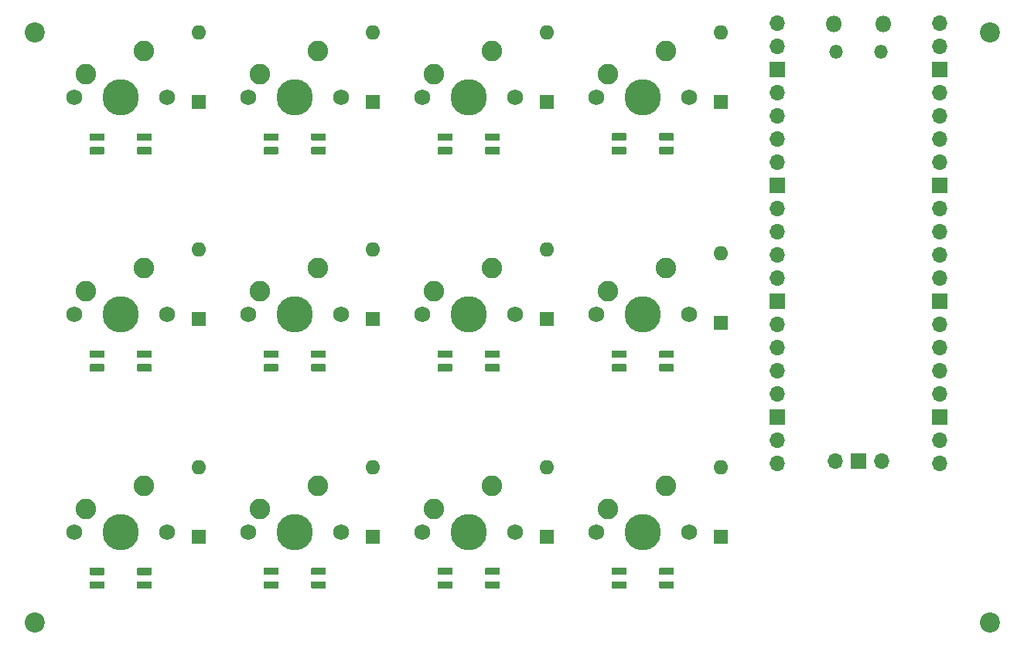
<source format=gbs>
G04 #@! TF.GenerationSoftware,KiCad,Pcbnew,(5.1.9)-1*
G04 #@! TF.CreationDate,2021-06-06T12:20:10+01:00*
G04 #@! TF.ProjectId,EnvMCRO,456e764d-4352-44f2-9e6b-696361645f70,rev?*
G04 #@! TF.SameCoordinates,Original*
G04 #@! TF.FileFunction,Soldermask,Bot*
G04 #@! TF.FilePolarity,Negative*
%FSLAX46Y46*%
G04 Gerber Fmt 4.6, Leading zero omitted, Abs format (unit mm)*
G04 Created by KiCad (PCBNEW (5.1.9)-1) date 2021-06-06 12:20:10*
%MOMM*%
%LPD*%
G01*
G04 APERTURE LIST*
%ADD10C,2.250000*%
%ADD11C,3.987800*%
%ADD12C,1.750000*%
%ADD13O,1.700000X1.700000*%
%ADD14R,1.700000X1.700000*%
%ADD15O,1.500000X1.500000*%
%ADD16O,1.800000X1.800000*%
%ADD17C,2.200000*%
%ADD18O,1.600000X1.600000*%
%ADD19R,1.600000X1.600000*%
G04 APERTURE END LIST*
G36*
G01*
X97718000Y-102290000D02*
X96282000Y-102290000D01*
G75*
G02*
X96200000Y-102208000I0J82000D01*
G01*
X96200000Y-101552000D01*
G75*
G02*
X96282000Y-101470000I82000J0D01*
G01*
X97718000Y-101470000D01*
G75*
G02*
X97800000Y-101552000I0J-82000D01*
G01*
X97800000Y-102208000D01*
G75*
G02*
X97718000Y-102290000I-82000J0D01*
G01*
G37*
G36*
G01*
X97718000Y-100790000D02*
X96282000Y-100790000D01*
G75*
G02*
X96200000Y-100708000I0J82000D01*
G01*
X96200000Y-100052000D01*
G75*
G02*
X96282000Y-99970000I82000J0D01*
G01*
X97718000Y-99970000D01*
G75*
G02*
X97800000Y-100052000I0J-82000D01*
G01*
X97800000Y-100708000D01*
G75*
G02*
X97718000Y-100790000I-82000J0D01*
G01*
G37*
G36*
G01*
X92518000Y-102290000D02*
X91082000Y-102290000D01*
G75*
G02*
X91000000Y-102208000I0J82000D01*
G01*
X91000000Y-101552000D01*
G75*
G02*
X91082000Y-101470000I82000J0D01*
G01*
X92518000Y-101470000D01*
G75*
G02*
X92600000Y-101552000I0J-82000D01*
G01*
X92600000Y-102208000D01*
G75*
G02*
X92518000Y-102290000I-82000J0D01*
G01*
G37*
G36*
G01*
X92518000Y-100790000D02*
X91082000Y-100790000D01*
G75*
G02*
X91000000Y-100708000I0J82000D01*
G01*
X91000000Y-100052000D01*
G75*
G02*
X91082000Y-99970000I82000J0D01*
G01*
X92518000Y-99970000D01*
G75*
G02*
X92600000Y-100052000I0J-82000D01*
G01*
X92600000Y-100708000D01*
G75*
G02*
X92518000Y-100790000I-82000J0D01*
G01*
G37*
D10*
X135025000Y-90980000D03*
D11*
X132485000Y-96060000D03*
D10*
X128675000Y-93520000D03*
D12*
X127405000Y-96060000D03*
X137565000Y-96060000D03*
G36*
G01*
X130618000Y-100790000D02*
X129182000Y-100790000D01*
G75*
G02*
X129100000Y-100708000I0J82000D01*
G01*
X129100000Y-100052000D01*
G75*
G02*
X129182000Y-99970000I82000J0D01*
G01*
X130618000Y-99970000D01*
G75*
G02*
X130700000Y-100052000I0J-82000D01*
G01*
X130700000Y-100708000D01*
G75*
G02*
X130618000Y-100790000I-82000J0D01*
G01*
G37*
G36*
G01*
X130618000Y-102290000D02*
X129182000Y-102290000D01*
G75*
G02*
X129100000Y-102208000I0J82000D01*
G01*
X129100000Y-101552000D01*
G75*
G02*
X129182000Y-101470000I82000J0D01*
G01*
X130618000Y-101470000D01*
G75*
G02*
X130700000Y-101552000I0J-82000D01*
G01*
X130700000Y-102208000D01*
G75*
G02*
X130618000Y-102290000I-82000J0D01*
G01*
G37*
G36*
G01*
X135818000Y-100790000D02*
X134382000Y-100790000D01*
G75*
G02*
X134300000Y-100708000I0J82000D01*
G01*
X134300000Y-100052000D01*
G75*
G02*
X134382000Y-99970000I82000J0D01*
G01*
X135818000Y-99970000D01*
G75*
G02*
X135900000Y-100052000I0J-82000D01*
G01*
X135900000Y-100708000D01*
G75*
G02*
X135818000Y-100790000I-82000J0D01*
G01*
G37*
G36*
G01*
X135818000Y-102290000D02*
X134382000Y-102290000D01*
G75*
G02*
X134300000Y-102208000I0J82000D01*
G01*
X134300000Y-101552000D01*
G75*
G02*
X134382000Y-101470000I82000J0D01*
G01*
X135818000Y-101470000D01*
G75*
G02*
X135900000Y-101552000I0J-82000D01*
G01*
X135900000Y-102208000D01*
G75*
G02*
X135818000Y-102290000I-82000J0D01*
G01*
G37*
G36*
G01*
X111568000Y-100790000D02*
X110132000Y-100790000D01*
G75*
G02*
X110050000Y-100708000I0J82000D01*
G01*
X110050000Y-100052000D01*
G75*
G02*
X110132000Y-99970000I82000J0D01*
G01*
X111568000Y-99970000D01*
G75*
G02*
X111650000Y-100052000I0J-82000D01*
G01*
X111650000Y-100708000D01*
G75*
G02*
X111568000Y-100790000I-82000J0D01*
G01*
G37*
G36*
G01*
X111568000Y-102290000D02*
X110132000Y-102290000D01*
G75*
G02*
X110050000Y-102208000I0J82000D01*
G01*
X110050000Y-101552000D01*
G75*
G02*
X110132000Y-101470000I82000J0D01*
G01*
X111568000Y-101470000D01*
G75*
G02*
X111650000Y-101552000I0J-82000D01*
G01*
X111650000Y-102208000D01*
G75*
G02*
X111568000Y-102290000I-82000J0D01*
G01*
G37*
G36*
G01*
X116768000Y-100790000D02*
X115332000Y-100790000D01*
G75*
G02*
X115250000Y-100708000I0J82000D01*
G01*
X115250000Y-100052000D01*
G75*
G02*
X115332000Y-99970000I82000J0D01*
G01*
X116768000Y-99970000D01*
G75*
G02*
X116850000Y-100052000I0J-82000D01*
G01*
X116850000Y-100708000D01*
G75*
G02*
X116768000Y-100790000I-82000J0D01*
G01*
G37*
G36*
G01*
X116768000Y-102290000D02*
X115332000Y-102290000D01*
G75*
G02*
X115250000Y-102208000I0J82000D01*
G01*
X115250000Y-101552000D01*
G75*
G02*
X115332000Y-101470000I82000J0D01*
G01*
X116768000Y-101470000D01*
G75*
G02*
X116850000Y-101552000I0J-82000D01*
G01*
X116850000Y-102208000D01*
G75*
G02*
X116768000Y-102290000I-82000J0D01*
G01*
G37*
G36*
G01*
X73453000Y-100800000D02*
X72017000Y-100800000D01*
G75*
G02*
X71935000Y-100718000I0J82000D01*
G01*
X71935000Y-100062000D01*
G75*
G02*
X72017000Y-99980000I82000J0D01*
G01*
X73453000Y-99980000D01*
G75*
G02*
X73535000Y-100062000I0J-82000D01*
G01*
X73535000Y-100718000D01*
G75*
G02*
X73453000Y-100800000I-82000J0D01*
G01*
G37*
G36*
G01*
X73453000Y-102300000D02*
X72017000Y-102300000D01*
G75*
G02*
X71935000Y-102218000I0J82000D01*
G01*
X71935000Y-101562000D01*
G75*
G02*
X72017000Y-101480000I82000J0D01*
G01*
X73453000Y-101480000D01*
G75*
G02*
X73535000Y-101562000I0J-82000D01*
G01*
X73535000Y-102218000D01*
G75*
G02*
X73453000Y-102300000I-82000J0D01*
G01*
G37*
G36*
G01*
X78653000Y-100800000D02*
X77217000Y-100800000D01*
G75*
G02*
X77135000Y-100718000I0J82000D01*
G01*
X77135000Y-100062000D01*
G75*
G02*
X77217000Y-99980000I82000J0D01*
G01*
X78653000Y-99980000D01*
G75*
G02*
X78735000Y-100062000I0J-82000D01*
G01*
X78735000Y-100718000D01*
G75*
G02*
X78653000Y-100800000I-82000J0D01*
G01*
G37*
G36*
G01*
X78653000Y-102300000D02*
X77217000Y-102300000D01*
G75*
G02*
X77135000Y-102218000I0J82000D01*
G01*
X77135000Y-101562000D01*
G75*
G02*
X77217000Y-101480000I82000J0D01*
G01*
X78653000Y-101480000D01*
G75*
G02*
X78735000Y-101562000I0J-82000D01*
G01*
X78735000Y-102218000D01*
G75*
G02*
X78653000Y-102300000I-82000J0D01*
G01*
G37*
G36*
G01*
X130618000Y-76990000D02*
X129182000Y-76990000D01*
G75*
G02*
X129100000Y-76908000I0J82000D01*
G01*
X129100000Y-76252000D01*
G75*
G02*
X129182000Y-76170000I82000J0D01*
G01*
X130618000Y-76170000D01*
G75*
G02*
X130700000Y-76252000I0J-82000D01*
G01*
X130700000Y-76908000D01*
G75*
G02*
X130618000Y-76990000I-82000J0D01*
G01*
G37*
G36*
G01*
X130618000Y-78490000D02*
X129182000Y-78490000D01*
G75*
G02*
X129100000Y-78408000I0J82000D01*
G01*
X129100000Y-77752000D01*
G75*
G02*
X129182000Y-77670000I82000J0D01*
G01*
X130618000Y-77670000D01*
G75*
G02*
X130700000Y-77752000I0J-82000D01*
G01*
X130700000Y-78408000D01*
G75*
G02*
X130618000Y-78490000I-82000J0D01*
G01*
G37*
G36*
G01*
X135818000Y-76990000D02*
X134382000Y-76990000D01*
G75*
G02*
X134300000Y-76908000I0J82000D01*
G01*
X134300000Y-76252000D01*
G75*
G02*
X134382000Y-76170000I82000J0D01*
G01*
X135818000Y-76170000D01*
G75*
G02*
X135900000Y-76252000I0J-82000D01*
G01*
X135900000Y-76908000D01*
G75*
G02*
X135818000Y-76990000I-82000J0D01*
G01*
G37*
G36*
G01*
X135818000Y-78490000D02*
X134382000Y-78490000D01*
G75*
G02*
X134300000Y-78408000I0J82000D01*
G01*
X134300000Y-77752000D01*
G75*
G02*
X134382000Y-77670000I82000J0D01*
G01*
X135818000Y-77670000D01*
G75*
G02*
X135900000Y-77752000I0J-82000D01*
G01*
X135900000Y-78408000D01*
G75*
G02*
X135818000Y-78490000I-82000J0D01*
G01*
G37*
G36*
G01*
X111553000Y-76987500D02*
X110117000Y-76987500D01*
G75*
G02*
X110035000Y-76905500I0J82000D01*
G01*
X110035000Y-76249500D01*
G75*
G02*
X110117000Y-76167500I82000J0D01*
G01*
X111553000Y-76167500D01*
G75*
G02*
X111635000Y-76249500I0J-82000D01*
G01*
X111635000Y-76905500D01*
G75*
G02*
X111553000Y-76987500I-82000J0D01*
G01*
G37*
G36*
G01*
X111553000Y-78487500D02*
X110117000Y-78487500D01*
G75*
G02*
X110035000Y-78405500I0J82000D01*
G01*
X110035000Y-77749500D01*
G75*
G02*
X110117000Y-77667500I82000J0D01*
G01*
X111553000Y-77667500D01*
G75*
G02*
X111635000Y-77749500I0J-82000D01*
G01*
X111635000Y-78405500D01*
G75*
G02*
X111553000Y-78487500I-82000J0D01*
G01*
G37*
G36*
G01*
X116753000Y-76987500D02*
X115317000Y-76987500D01*
G75*
G02*
X115235000Y-76905500I0J82000D01*
G01*
X115235000Y-76249500D01*
G75*
G02*
X115317000Y-76167500I82000J0D01*
G01*
X116753000Y-76167500D01*
G75*
G02*
X116835000Y-76249500I0J-82000D01*
G01*
X116835000Y-76905500D01*
G75*
G02*
X116753000Y-76987500I-82000J0D01*
G01*
G37*
G36*
G01*
X116753000Y-78487500D02*
X115317000Y-78487500D01*
G75*
G02*
X115235000Y-78405500I0J82000D01*
G01*
X115235000Y-77749500D01*
G75*
G02*
X115317000Y-77667500I82000J0D01*
G01*
X116753000Y-77667500D01*
G75*
G02*
X116835000Y-77749500I0J-82000D01*
G01*
X116835000Y-78405500D01*
G75*
G02*
X116753000Y-78487500I-82000J0D01*
G01*
G37*
G36*
G01*
X92503000Y-76987500D02*
X91067000Y-76987500D01*
G75*
G02*
X90985000Y-76905500I0J82000D01*
G01*
X90985000Y-76249500D01*
G75*
G02*
X91067000Y-76167500I82000J0D01*
G01*
X92503000Y-76167500D01*
G75*
G02*
X92585000Y-76249500I0J-82000D01*
G01*
X92585000Y-76905500D01*
G75*
G02*
X92503000Y-76987500I-82000J0D01*
G01*
G37*
G36*
G01*
X92503000Y-78487500D02*
X91067000Y-78487500D01*
G75*
G02*
X90985000Y-78405500I0J82000D01*
G01*
X90985000Y-77749500D01*
G75*
G02*
X91067000Y-77667500I82000J0D01*
G01*
X92503000Y-77667500D01*
G75*
G02*
X92585000Y-77749500I0J-82000D01*
G01*
X92585000Y-78405500D01*
G75*
G02*
X92503000Y-78487500I-82000J0D01*
G01*
G37*
G36*
G01*
X97703000Y-76987500D02*
X96267000Y-76987500D01*
G75*
G02*
X96185000Y-76905500I0J82000D01*
G01*
X96185000Y-76249500D01*
G75*
G02*
X96267000Y-76167500I82000J0D01*
G01*
X97703000Y-76167500D01*
G75*
G02*
X97785000Y-76249500I0J-82000D01*
G01*
X97785000Y-76905500D01*
G75*
G02*
X97703000Y-76987500I-82000J0D01*
G01*
G37*
G36*
G01*
X97703000Y-78487500D02*
X96267000Y-78487500D01*
G75*
G02*
X96185000Y-78405500I0J82000D01*
G01*
X96185000Y-77749500D01*
G75*
G02*
X96267000Y-77667500I82000J0D01*
G01*
X97703000Y-77667500D01*
G75*
G02*
X97785000Y-77749500I0J-82000D01*
G01*
X97785000Y-78405500D01*
G75*
G02*
X97703000Y-78487500I-82000J0D01*
G01*
G37*
G36*
G01*
X73453000Y-76987500D02*
X72017000Y-76987500D01*
G75*
G02*
X71935000Y-76905500I0J82000D01*
G01*
X71935000Y-76249500D01*
G75*
G02*
X72017000Y-76167500I82000J0D01*
G01*
X73453000Y-76167500D01*
G75*
G02*
X73535000Y-76249500I0J-82000D01*
G01*
X73535000Y-76905500D01*
G75*
G02*
X73453000Y-76987500I-82000J0D01*
G01*
G37*
G36*
G01*
X73453000Y-78487500D02*
X72017000Y-78487500D01*
G75*
G02*
X71935000Y-78405500I0J82000D01*
G01*
X71935000Y-77749500D01*
G75*
G02*
X72017000Y-77667500I82000J0D01*
G01*
X73453000Y-77667500D01*
G75*
G02*
X73535000Y-77749500I0J-82000D01*
G01*
X73535000Y-78405500D01*
G75*
G02*
X73453000Y-78487500I-82000J0D01*
G01*
G37*
G36*
G01*
X78653000Y-76987500D02*
X77217000Y-76987500D01*
G75*
G02*
X77135000Y-76905500I0J82000D01*
G01*
X77135000Y-76249500D01*
G75*
G02*
X77217000Y-76167500I82000J0D01*
G01*
X78653000Y-76167500D01*
G75*
G02*
X78735000Y-76249500I0J-82000D01*
G01*
X78735000Y-76905500D01*
G75*
G02*
X78653000Y-76987500I-82000J0D01*
G01*
G37*
G36*
G01*
X78653000Y-78487500D02*
X77217000Y-78487500D01*
G75*
G02*
X77135000Y-78405500I0J82000D01*
G01*
X77135000Y-77749500D01*
G75*
G02*
X77217000Y-77667500I82000J0D01*
G01*
X78653000Y-77667500D01*
G75*
G02*
X78735000Y-77749500I0J-82000D01*
G01*
X78735000Y-78405500D01*
G75*
G02*
X78653000Y-78487500I-82000J0D01*
G01*
G37*
G36*
G01*
X130603000Y-53175000D02*
X129167000Y-53175000D01*
G75*
G02*
X129085000Y-53093000I0J82000D01*
G01*
X129085000Y-52437000D01*
G75*
G02*
X129167000Y-52355000I82000J0D01*
G01*
X130603000Y-52355000D01*
G75*
G02*
X130685000Y-52437000I0J-82000D01*
G01*
X130685000Y-53093000D01*
G75*
G02*
X130603000Y-53175000I-82000J0D01*
G01*
G37*
G36*
G01*
X130603000Y-54675000D02*
X129167000Y-54675000D01*
G75*
G02*
X129085000Y-54593000I0J82000D01*
G01*
X129085000Y-53937000D01*
G75*
G02*
X129167000Y-53855000I82000J0D01*
G01*
X130603000Y-53855000D01*
G75*
G02*
X130685000Y-53937000I0J-82000D01*
G01*
X130685000Y-54593000D01*
G75*
G02*
X130603000Y-54675000I-82000J0D01*
G01*
G37*
G36*
G01*
X135803000Y-53175000D02*
X134367000Y-53175000D01*
G75*
G02*
X134285000Y-53093000I0J82000D01*
G01*
X134285000Y-52437000D01*
G75*
G02*
X134367000Y-52355000I82000J0D01*
G01*
X135803000Y-52355000D01*
G75*
G02*
X135885000Y-52437000I0J-82000D01*
G01*
X135885000Y-53093000D01*
G75*
G02*
X135803000Y-53175000I-82000J0D01*
G01*
G37*
G36*
G01*
X135803000Y-54675000D02*
X134367000Y-54675000D01*
G75*
G02*
X134285000Y-54593000I0J82000D01*
G01*
X134285000Y-53937000D01*
G75*
G02*
X134367000Y-53855000I82000J0D01*
G01*
X135803000Y-53855000D01*
G75*
G02*
X135885000Y-53937000I0J-82000D01*
G01*
X135885000Y-54593000D01*
G75*
G02*
X135803000Y-54675000I-82000J0D01*
G01*
G37*
G36*
G01*
X111568000Y-53190000D02*
X110132000Y-53190000D01*
G75*
G02*
X110050000Y-53108000I0J82000D01*
G01*
X110050000Y-52452000D01*
G75*
G02*
X110132000Y-52370000I82000J0D01*
G01*
X111568000Y-52370000D01*
G75*
G02*
X111650000Y-52452000I0J-82000D01*
G01*
X111650000Y-53108000D01*
G75*
G02*
X111568000Y-53190000I-82000J0D01*
G01*
G37*
G36*
G01*
X111568000Y-54690000D02*
X110132000Y-54690000D01*
G75*
G02*
X110050000Y-54608000I0J82000D01*
G01*
X110050000Y-53952000D01*
G75*
G02*
X110132000Y-53870000I82000J0D01*
G01*
X111568000Y-53870000D01*
G75*
G02*
X111650000Y-53952000I0J-82000D01*
G01*
X111650000Y-54608000D01*
G75*
G02*
X111568000Y-54690000I-82000J0D01*
G01*
G37*
G36*
G01*
X116768000Y-53190000D02*
X115332000Y-53190000D01*
G75*
G02*
X115250000Y-53108000I0J82000D01*
G01*
X115250000Y-52452000D01*
G75*
G02*
X115332000Y-52370000I82000J0D01*
G01*
X116768000Y-52370000D01*
G75*
G02*
X116850000Y-52452000I0J-82000D01*
G01*
X116850000Y-53108000D01*
G75*
G02*
X116768000Y-53190000I-82000J0D01*
G01*
G37*
G36*
G01*
X116768000Y-54690000D02*
X115332000Y-54690000D01*
G75*
G02*
X115250000Y-54608000I0J82000D01*
G01*
X115250000Y-53952000D01*
G75*
G02*
X115332000Y-53870000I82000J0D01*
G01*
X116768000Y-53870000D01*
G75*
G02*
X116850000Y-53952000I0J-82000D01*
G01*
X116850000Y-54608000D01*
G75*
G02*
X116768000Y-54690000I-82000J0D01*
G01*
G37*
G36*
G01*
X92518000Y-53190000D02*
X91082000Y-53190000D01*
G75*
G02*
X91000000Y-53108000I0J82000D01*
G01*
X91000000Y-52452000D01*
G75*
G02*
X91082000Y-52370000I82000J0D01*
G01*
X92518000Y-52370000D01*
G75*
G02*
X92600000Y-52452000I0J-82000D01*
G01*
X92600000Y-53108000D01*
G75*
G02*
X92518000Y-53190000I-82000J0D01*
G01*
G37*
G36*
G01*
X92518000Y-54690000D02*
X91082000Y-54690000D01*
G75*
G02*
X91000000Y-54608000I0J82000D01*
G01*
X91000000Y-53952000D01*
G75*
G02*
X91082000Y-53870000I82000J0D01*
G01*
X92518000Y-53870000D01*
G75*
G02*
X92600000Y-53952000I0J-82000D01*
G01*
X92600000Y-54608000D01*
G75*
G02*
X92518000Y-54690000I-82000J0D01*
G01*
G37*
G36*
G01*
X97718000Y-53190000D02*
X96282000Y-53190000D01*
G75*
G02*
X96200000Y-53108000I0J82000D01*
G01*
X96200000Y-52452000D01*
G75*
G02*
X96282000Y-52370000I82000J0D01*
G01*
X97718000Y-52370000D01*
G75*
G02*
X97800000Y-52452000I0J-82000D01*
G01*
X97800000Y-53108000D01*
G75*
G02*
X97718000Y-53190000I-82000J0D01*
G01*
G37*
G36*
G01*
X97718000Y-54690000D02*
X96282000Y-54690000D01*
G75*
G02*
X96200000Y-54608000I0J82000D01*
G01*
X96200000Y-53952000D01*
G75*
G02*
X96282000Y-53870000I82000J0D01*
G01*
X97718000Y-53870000D01*
G75*
G02*
X97800000Y-53952000I0J-82000D01*
G01*
X97800000Y-54608000D01*
G75*
G02*
X97718000Y-54690000I-82000J0D01*
G01*
G37*
G36*
G01*
X73453000Y-53190000D02*
X72017000Y-53190000D01*
G75*
G02*
X71935000Y-53108000I0J82000D01*
G01*
X71935000Y-52452000D01*
G75*
G02*
X72017000Y-52370000I82000J0D01*
G01*
X73453000Y-52370000D01*
G75*
G02*
X73535000Y-52452000I0J-82000D01*
G01*
X73535000Y-53108000D01*
G75*
G02*
X73453000Y-53190000I-82000J0D01*
G01*
G37*
G36*
G01*
X73453000Y-54690000D02*
X72017000Y-54690000D01*
G75*
G02*
X71935000Y-54608000I0J82000D01*
G01*
X71935000Y-53952000D01*
G75*
G02*
X72017000Y-53870000I82000J0D01*
G01*
X73453000Y-53870000D01*
G75*
G02*
X73535000Y-53952000I0J-82000D01*
G01*
X73535000Y-54608000D01*
G75*
G02*
X73453000Y-54690000I-82000J0D01*
G01*
G37*
G36*
G01*
X78653000Y-53190000D02*
X77217000Y-53190000D01*
G75*
G02*
X77135000Y-53108000I0J82000D01*
G01*
X77135000Y-52452000D01*
G75*
G02*
X77217000Y-52370000I82000J0D01*
G01*
X78653000Y-52370000D01*
G75*
G02*
X78735000Y-52452000I0J-82000D01*
G01*
X78735000Y-53108000D01*
G75*
G02*
X78653000Y-53190000I-82000J0D01*
G01*
G37*
G36*
G01*
X78653000Y-54690000D02*
X77217000Y-54690000D01*
G75*
G02*
X77135000Y-54608000I0J82000D01*
G01*
X77135000Y-53952000D01*
G75*
G02*
X77217000Y-53870000I82000J0D01*
G01*
X78653000Y-53870000D01*
G75*
G02*
X78735000Y-53952000I0J-82000D01*
G01*
X78735000Y-54608000D01*
G75*
G02*
X78653000Y-54690000I-82000J0D01*
G01*
G37*
D13*
X158640000Y-88300000D03*
D14*
X156100000Y-88300000D03*
D13*
X153560000Y-88300000D03*
D15*
X158525000Y-43430000D03*
X153675000Y-43430000D03*
D16*
X158825000Y-40400000D03*
X153375000Y-40400000D03*
D13*
X164990000Y-40270000D03*
X164990000Y-42810000D03*
D14*
X164990000Y-45350000D03*
D13*
X164990000Y-47890000D03*
X164990000Y-50430000D03*
X164990000Y-52970000D03*
X164990000Y-55510000D03*
D14*
X164990000Y-58050000D03*
D13*
X164990000Y-60590000D03*
X164990000Y-63130000D03*
X164990000Y-65670000D03*
X164990000Y-68210000D03*
D14*
X164990000Y-70750000D03*
D13*
X164990000Y-73290000D03*
X164990000Y-75830000D03*
X164990000Y-78370000D03*
X164990000Y-80910000D03*
D14*
X164990000Y-83450000D03*
D13*
X164990000Y-85990000D03*
X164990000Y-88530000D03*
X147210000Y-88530000D03*
X147210000Y-85990000D03*
D14*
X147210000Y-83450000D03*
D13*
X147210000Y-80910000D03*
X147210000Y-78370000D03*
X147210000Y-75830000D03*
X147210000Y-73290000D03*
D14*
X147210000Y-70750000D03*
D13*
X147210000Y-68210000D03*
X147210000Y-65670000D03*
X147210000Y-63130000D03*
X147210000Y-60590000D03*
D14*
X147210000Y-58050000D03*
D13*
X147210000Y-55510000D03*
X147210000Y-52970000D03*
X147210000Y-50430000D03*
X147210000Y-47890000D03*
D14*
X147210000Y-45350000D03*
D13*
X147210000Y-42810000D03*
X147210000Y-40270000D03*
D17*
X170500000Y-106000000D03*
X65900000Y-41300000D03*
X65900000Y-106000000D03*
X170500000Y-41300000D03*
D10*
X115975000Y-43355000D03*
D11*
X113435000Y-48435000D03*
D10*
X109625000Y-45895000D03*
D12*
X108355000Y-48435000D03*
X118515000Y-48435000D03*
D10*
X77875000Y-43355000D03*
D11*
X75335000Y-48435000D03*
D10*
X71525000Y-45895000D03*
D12*
X70255000Y-48435000D03*
X80415000Y-48435000D03*
D18*
X141010000Y-88940000D03*
D19*
X141010000Y-96560000D03*
D18*
X121960000Y-88940000D03*
D19*
X121960000Y-96560000D03*
D18*
X102910000Y-88940000D03*
D19*
X102910000Y-96560000D03*
D18*
X83860000Y-88940000D03*
D19*
X83860000Y-96560000D03*
D18*
X141010000Y-65527500D03*
D19*
X141010000Y-73147500D03*
D18*
X121960000Y-65127500D03*
D19*
X121960000Y-72747500D03*
D18*
X102910000Y-65127500D03*
D19*
X102910000Y-72747500D03*
D18*
X83860000Y-65127500D03*
D19*
X83860000Y-72747500D03*
D18*
X141010000Y-41315000D03*
D19*
X141010000Y-48935000D03*
D18*
X121960000Y-41315000D03*
D19*
X121960000Y-48935000D03*
D18*
X102910000Y-41315000D03*
D19*
X102910000Y-48935000D03*
D18*
X83860000Y-41315000D03*
D19*
X83860000Y-48935000D03*
D10*
X115975000Y-90980000D03*
D11*
X113435000Y-96060000D03*
D10*
X109625000Y-93520000D03*
D12*
X108355000Y-96060000D03*
X118515000Y-96060000D03*
D10*
X96925000Y-90980000D03*
D11*
X94385000Y-96060000D03*
D10*
X90575000Y-93520000D03*
D12*
X89305000Y-96060000D03*
X99465000Y-96060000D03*
D10*
X77875000Y-90980000D03*
D11*
X75335000Y-96060000D03*
D10*
X71525000Y-93520000D03*
D12*
X70255000Y-96060000D03*
X80415000Y-96060000D03*
D10*
X135025000Y-67167500D03*
D11*
X132485000Y-72247500D03*
D10*
X128675000Y-69707500D03*
D12*
X127405000Y-72247500D03*
X137565000Y-72247500D03*
D10*
X115975000Y-67167500D03*
D11*
X113435000Y-72247500D03*
D10*
X109625000Y-69707500D03*
D12*
X108355000Y-72247500D03*
X118515000Y-72247500D03*
D10*
X96925000Y-67167500D03*
D11*
X94385000Y-72247500D03*
D10*
X90575000Y-69707500D03*
D12*
X89305000Y-72247500D03*
X99465000Y-72247500D03*
D10*
X77875000Y-67167500D03*
D11*
X75335000Y-72247500D03*
D10*
X71525000Y-69707500D03*
D12*
X70255000Y-72247500D03*
X80415000Y-72247500D03*
D10*
X135025000Y-43355000D03*
D11*
X132485000Y-48435000D03*
D10*
X128675000Y-45895000D03*
D12*
X127405000Y-48435000D03*
X137565000Y-48435000D03*
D10*
X96925000Y-43355000D03*
D11*
X94385000Y-48435000D03*
D10*
X90575000Y-45895000D03*
D12*
X89305000Y-48435000D03*
X99465000Y-48435000D03*
M02*

</source>
